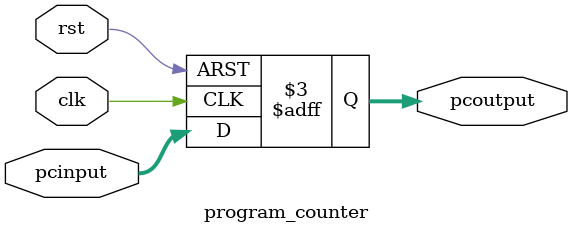
<source format=v>
`timescale 1ns / 1ps


module program_counter(pcinput, pcoutput, clk, rst);
    input [31:0] pcinput;
    output reg [31:0] pcoutput;
    input clk,rst;
    always@(posedge clk, posedge rst)
    begin
        if(rst == 1'b1) pcoutput <= 0;
        else pcoutput <= pcinput;
    end
endmodule

</source>
